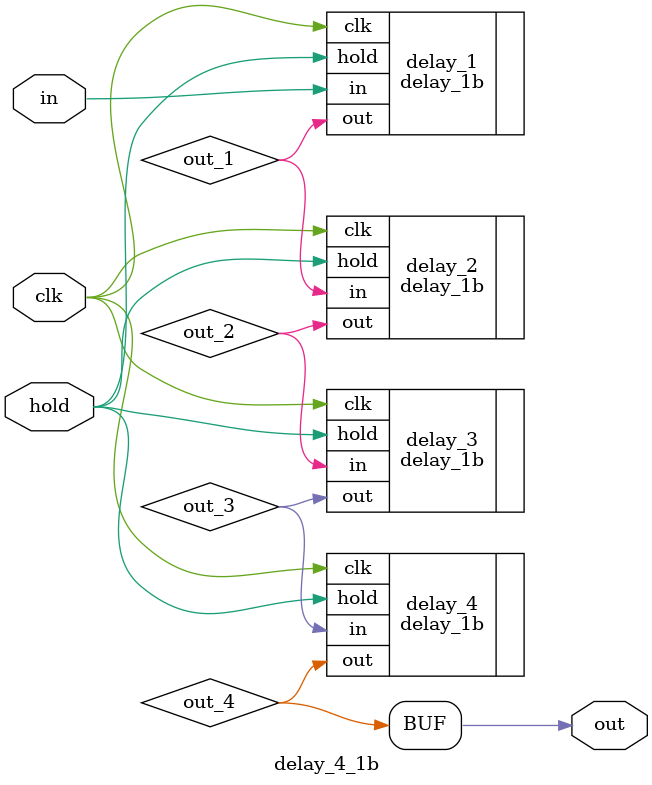
<source format=v>
module delay_4_8b(clk, hold, in, out);

  input clk, hold;
  input [7:0] in;
  output [7:0] out;

  wire [7:0] out_1, out_2, out_3, out_4;
  
  delay_8b delay_1 (.clk(clk), .hold(hold), .in(in), .out(out_1));
  delay_8b delay_2 (.clk(clk), .hold(hold), .in(out_1), .out(out_2));
  delay_8b delay_3 (.clk(clk), .hold(hold), .in(out_2), .out(out_3));
  delay_8b delay_4 (.clk(clk), .hold(hold), .in(out_3), .out(out_4));
  
  assign out = out_4;
  
endmodule

module delay_4_1b(clk, hold, in, out);

  input clk, hold;
  input in;
  output out;

  wire out_1, out_2, out_3, out_4;
  
  delay_1b delay_1 (.clk(clk), .hold(hold), .in(in), .out(out_1));
  delay_1b delay_2 (.clk(clk), .hold(hold), .in(out_1), .out(out_2));
  delay_1b delay_3 (.clk(clk), .hold(hold), .in(out_2), .out(out_3));
  delay_1b delay_4 (.clk(clk), .hold(hold), .in(out_3), .out(out_4));
  
  assign out = out_4;
  
endmodule
</source>
